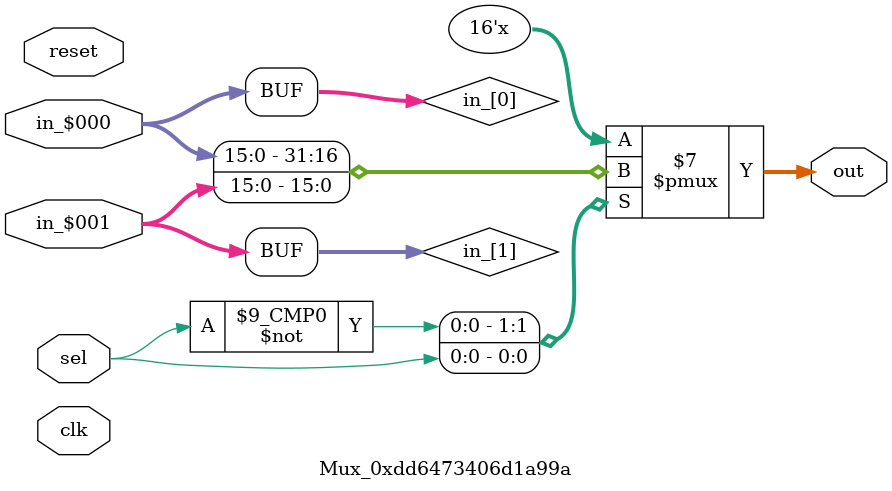
<source format=v>

module Mux_0xdd6473406d1a99a
(
  input  wire [   0:0] clk,
  input  wire [  15:0] in_$000,
  input  wire [  15:0] in_$001,
  output reg  [  15:0] out,
  input  wire [   0:0] reset,
  input  wire [   0:0] sel
);

  // localparam declarations
  localparam nports = 2;


  // array declarations
  wire   [  15:0] in_[0:1];
  assign in_[  0] = in_$000;
  assign in_[  1] = in_$001;

  // PYMTL SOURCE:
  //
  // @s.combinational
  // def comb_logic():
  //       assert s.sel < nports
  //       s.out.v = s.in_[ s.sel ]

  // logic for comb_logic()
  always @ (*) begin
    out = in_[sel];
  end


endmodule
</source>
